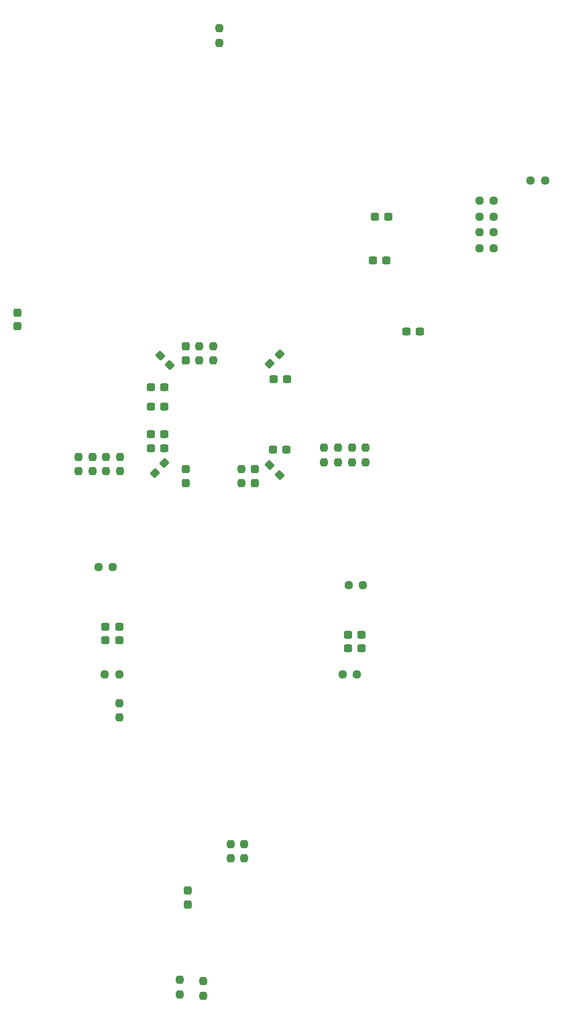
<source format=gbr>
%TF.GenerationSoftware,KiCad,Pcbnew,7.0.8-1.fc38*%
%TF.CreationDate,2023-12-06T13:29:31+01:00*%
%TF.ProjectId,frat,66726174-2e6b-4696-9361-645f70636258,rev?*%
%TF.SameCoordinates,Original*%
%TF.FileFunction,Paste,Bot*%
%TF.FilePolarity,Positive*%
%FSLAX46Y46*%
G04 Gerber Fmt 4.6, Leading zero omitted, Abs format (unit mm)*
G04 Created by KiCad (PCBNEW 7.0.8-1.fc38) date 2023-12-06 13:29:31*
%MOMM*%
%LPD*%
G01*
G04 APERTURE LIST*
G04 Aperture macros list*
%AMRoundRect*
0 Rectangle with rounded corners*
0 $1 Rounding radius*
0 $2 $3 $4 $5 $6 $7 $8 $9 X,Y pos of 4 corners*
0 Add a 4 corners polygon primitive as box body*
4,1,4,$2,$3,$4,$5,$6,$7,$8,$9,$2,$3,0*
0 Add four circle primitives for the rounded corners*
1,1,$1+$1,$2,$3*
1,1,$1+$1,$4,$5*
1,1,$1+$1,$6,$7*
1,1,$1+$1,$8,$9*
0 Add four rect primitives between the rounded corners*
20,1,$1+$1,$2,$3,$4,$5,0*
20,1,$1+$1,$4,$5,$6,$7,0*
20,1,$1+$1,$6,$7,$8,$9,0*
20,1,$1+$1,$8,$9,$2,$3,0*%
G04 Aperture macros list end*
%ADD10RoundRect,0.237500X-0.250000X-0.237500X0.250000X-0.237500X0.250000X0.237500X-0.250000X0.237500X0*%
%ADD11RoundRect,0.237500X-0.237500X0.250000X-0.237500X-0.250000X0.237500X-0.250000X0.237500X0.250000X0*%
%ADD12RoundRect,0.237500X0.300000X0.237500X-0.300000X0.237500X-0.300000X-0.237500X0.300000X-0.237500X0*%
%ADD13RoundRect,0.237500X-0.300000X-0.237500X0.300000X-0.237500X0.300000X0.237500X-0.300000X0.237500X0*%
%ADD14RoundRect,0.237500X-0.044194X-0.380070X0.380070X0.044194X0.044194X0.380070X-0.380070X-0.044194X0*%
%ADD15RoundRect,0.237500X-0.380070X0.044194X0.044194X-0.380070X0.380070X-0.044194X-0.044194X0.380070X0*%
%ADD16RoundRect,0.237500X-0.237500X0.300000X-0.237500X-0.300000X0.237500X-0.300000X0.237500X0.300000X0*%
%ADD17RoundRect,0.237500X0.237500X-0.250000X0.237500X0.250000X-0.237500X0.250000X-0.237500X-0.250000X0*%
%ADD18RoundRect,0.237500X0.237500X-0.300000X0.237500X0.300000X-0.237500X0.300000X-0.237500X-0.300000X0*%
%ADD19RoundRect,0.237500X0.380070X-0.044194X-0.044194X0.380070X-0.380070X0.044194X0.044194X-0.380070X0*%
%ADD20RoundRect,0.237500X0.250000X0.237500X-0.250000X0.237500X-0.250000X-0.237500X0.250000X-0.237500X0*%
G04 APERTURE END LIST*
D10*
%TO.C,R60*%
X155587500Y-197500000D03*
X157412500Y-197500000D03*
%TD*%
%TO.C,R63*%
X124750000Y-184000000D03*
X126575000Y-184000000D03*
%TD*%
%TO.C,R62*%
X156337500Y-186250000D03*
X158162500Y-186250000D03*
%TD*%
%TO.C,R61*%
X125562500Y-197500000D03*
X127387500Y-197500000D03*
%TD*%
D11*
%TO.C,R59*%
X156750000Y-168925000D03*
X156750000Y-170750000D03*
%TD*%
%TO.C,R58*%
X158500000Y-168925000D03*
X158500000Y-170750000D03*
%TD*%
%TO.C,R57*%
X127500000Y-170087500D03*
X127500000Y-171912500D03*
%TD*%
%TO.C,R56*%
X125750000Y-170087500D03*
X125750000Y-171912500D03*
%TD*%
%TO.C,R27*%
X153250000Y-168925000D03*
X153250000Y-170750000D03*
%TD*%
%TO.C,R26*%
X155000000Y-168925000D03*
X155000000Y-170750000D03*
%TD*%
%TO.C,R21*%
X122250000Y-170087500D03*
X122250000Y-171912500D03*
%TD*%
%TO.C,R18*%
X124000000Y-170087500D03*
X124000000Y-171912500D03*
%TD*%
%TO.C,R55*%
X138000000Y-236250000D03*
X138000000Y-238075000D03*
%TD*%
%TO.C,R54*%
X135000000Y-236087500D03*
X135000000Y-237912500D03*
%TD*%
D12*
%TO.C,C53*%
X161112500Y-145250000D03*
X159387500Y-145250000D03*
%TD*%
%TO.C,C52*%
X161362500Y-139750000D03*
X159637500Y-139750000D03*
%TD*%
D13*
%TO.C,C15*%
X156237500Y-192500000D03*
X157962500Y-192500000D03*
%TD*%
D14*
%TO.C,C38*%
X146390120Y-158359880D03*
X147609880Y-157140120D03*
%TD*%
D12*
%TO.C,C34*%
X133112500Y-163750000D03*
X131387500Y-163750000D03*
%TD*%
%TO.C,C36*%
X133112500Y-167250000D03*
X131387500Y-167250000D03*
%TD*%
D15*
%TO.C,C37*%
X146390120Y-171140120D03*
X147609880Y-172359880D03*
%TD*%
D12*
%TO.C,C29*%
X133112500Y-161250000D03*
X131387500Y-161250000D03*
%TD*%
D16*
%TO.C,C33*%
X135750000Y-156137500D03*
X135750000Y-157862500D03*
%TD*%
D11*
%TO.C,R14*%
X141478000Y-218924500D03*
X141478000Y-220749500D03*
%TD*%
D10*
%TO.C,R23*%
X172837500Y-143750000D03*
X174662500Y-143750000D03*
%TD*%
D17*
%TO.C,R44*%
X139250000Y-157912500D03*
X139250000Y-156087500D03*
%TD*%
D12*
%TO.C,C28*%
X148612500Y-160250000D03*
X146887500Y-160250000D03*
%TD*%
D10*
%TO.C,R20*%
X172837500Y-139750000D03*
X174662500Y-139750000D03*
%TD*%
D16*
%TO.C,C32*%
X135750000Y-171637500D03*
X135750000Y-173362500D03*
%TD*%
D12*
%TO.C,C35*%
X133112500Y-169000000D03*
X131387500Y-169000000D03*
%TD*%
D11*
%TO.C,R28*%
X142800000Y-171587500D03*
X142800000Y-173412500D03*
%TD*%
D18*
%TO.C,C18*%
X136017000Y-226541500D03*
X136017000Y-224816500D03*
%TD*%
D11*
%TO.C,R15*%
X143129000Y-218924500D03*
X143129000Y-220749500D03*
%TD*%
D16*
%TO.C,C3*%
X114500000Y-151887500D03*
X114500000Y-153612500D03*
%TD*%
D14*
%TO.C,C40*%
X131890120Y-172109880D03*
X133109880Y-170890120D03*
%TD*%
D12*
%TO.C,C30*%
X148525000Y-169200000D03*
X146800000Y-169200000D03*
%TD*%
D16*
%TO.C,C31*%
X144500000Y-171637500D03*
X144500000Y-173362500D03*
%TD*%
D12*
%TO.C,C16*%
X127362500Y-191500000D03*
X125637500Y-191500000D03*
%TD*%
D13*
%TO.C,C1*%
X163617500Y-154250000D03*
X165342500Y-154250000D03*
%TD*%
D10*
%TO.C,R22*%
X172837500Y-141750000D03*
X174662500Y-141750000D03*
%TD*%
D11*
%TO.C,R51*%
X127381000Y-201144500D03*
X127381000Y-202969500D03*
%TD*%
D13*
%TO.C,C14*%
X156237500Y-194200000D03*
X157962500Y-194200000D03*
%TD*%
D11*
%TO.C,R42*%
X140000000Y-116000000D03*
X140000000Y-117825000D03*
%TD*%
%TO.C,R43*%
X137500000Y-156087500D03*
X137500000Y-157912500D03*
%TD*%
D19*
%TO.C,C39*%
X133750000Y-158500000D03*
X132530240Y-157280240D03*
%TD*%
D12*
%TO.C,C17*%
X127362500Y-193250000D03*
X125637500Y-193250000D03*
%TD*%
D10*
%TO.C,R19*%
X172837500Y-137750000D03*
X174662500Y-137750000D03*
%TD*%
D20*
%TO.C,R32*%
X181162500Y-135250000D03*
X179337500Y-135250000D03*
%TD*%
M02*

</source>
